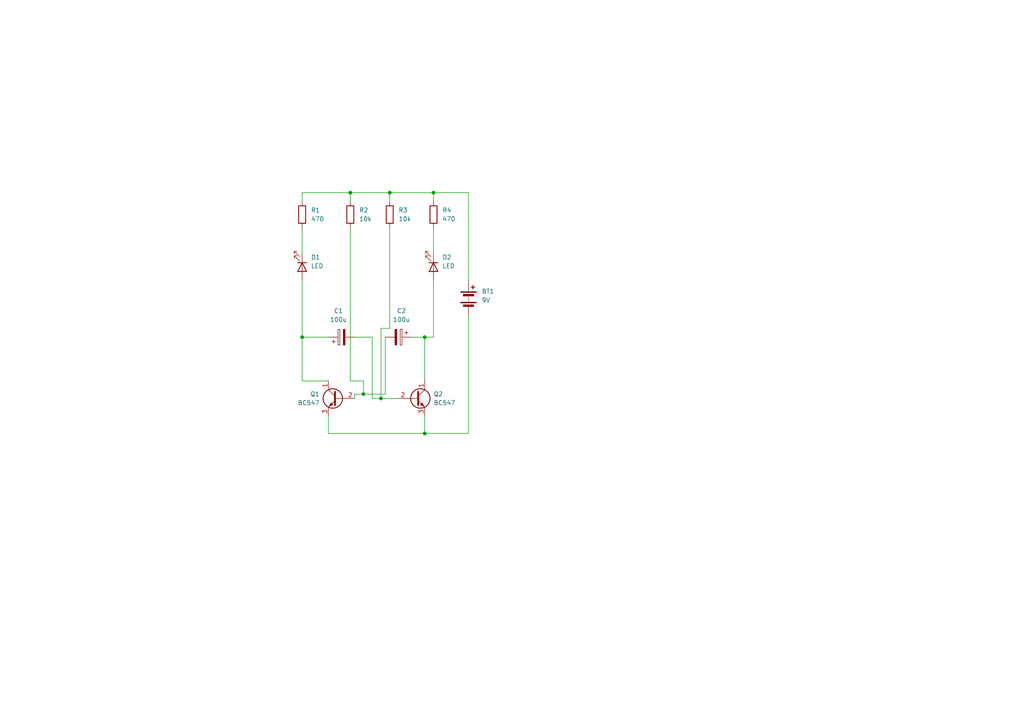
<source format=kicad_sch>
(kicad_sch
	(version 20250114)
	(generator "eeschema")
	(generator_version "9.0")
	(uuid "0edc1eaa-ec9f-4be9-9724-da1cae4e9047")
	(paper "A4")
	(lib_symbols
		(symbol "Device:Battery"
			(pin_numbers
				(hide yes)
			)
			(pin_names
				(offset 0)
				(hide yes)
			)
			(exclude_from_sim no)
			(in_bom yes)
			(on_board yes)
			(property "Reference" "BT"
				(at 2.54 2.54 0)
				(effects
					(font
						(size 1.27 1.27)
					)
					(justify left)
				)
			)
			(property "Value" "Battery"
				(at 2.54 0 0)
				(effects
					(font
						(size 1.27 1.27)
					)
					(justify left)
				)
			)
			(property "Footprint" ""
				(at 0 1.524 90)
				(effects
					(font
						(size 1.27 1.27)
					)
					(hide yes)
				)
			)
			(property "Datasheet" "~"
				(at 0 1.524 90)
				(effects
					(font
						(size 1.27 1.27)
					)
					(hide yes)
				)
			)
			(property "Description" "Multiple-cell battery"
				(at 0 0 0)
				(effects
					(font
						(size 1.27 1.27)
					)
					(hide yes)
				)
			)
			(property "ki_keywords" "batt voltage-source cell"
				(at 0 0 0)
				(effects
					(font
						(size 1.27 1.27)
					)
					(hide yes)
				)
			)
			(symbol "Battery_0_1"
				(rectangle
					(start -2.286 1.778)
					(end 2.286 1.524)
					(stroke
						(width 0)
						(type default)
					)
					(fill
						(type outline)
					)
				)
				(rectangle
					(start -2.286 -1.27)
					(end 2.286 -1.524)
					(stroke
						(width 0)
						(type default)
					)
					(fill
						(type outline)
					)
				)
				(rectangle
					(start -1.524 1.016)
					(end 1.524 0.508)
					(stroke
						(width 0)
						(type default)
					)
					(fill
						(type outline)
					)
				)
				(rectangle
					(start -1.524 -2.032)
					(end 1.524 -2.54)
					(stroke
						(width 0)
						(type default)
					)
					(fill
						(type outline)
					)
				)
				(polyline
					(pts
						(xy 0 1.778) (xy 0 2.54)
					)
					(stroke
						(width 0)
						(type default)
					)
					(fill
						(type none)
					)
				)
				(polyline
					(pts
						(xy 0 0) (xy 0 0.254)
					)
					(stroke
						(width 0)
						(type default)
					)
					(fill
						(type none)
					)
				)
				(polyline
					(pts
						(xy 0 -0.508) (xy 0 -0.254)
					)
					(stroke
						(width 0)
						(type default)
					)
					(fill
						(type none)
					)
				)
				(polyline
					(pts
						(xy 0 -1.016) (xy 0 -0.762)
					)
					(stroke
						(width 0)
						(type default)
					)
					(fill
						(type none)
					)
				)
				(polyline
					(pts
						(xy 0.762 3.048) (xy 1.778 3.048)
					)
					(stroke
						(width 0.254)
						(type default)
					)
					(fill
						(type none)
					)
				)
				(polyline
					(pts
						(xy 1.27 3.556) (xy 1.27 2.54)
					)
					(stroke
						(width 0.254)
						(type default)
					)
					(fill
						(type none)
					)
				)
			)
			(symbol "Battery_1_1"
				(pin passive line
					(at 0 5.08 270)
					(length 2.54)
					(name "+"
						(effects
							(font
								(size 1.27 1.27)
							)
						)
					)
					(number "1"
						(effects
							(font
								(size 1.27 1.27)
							)
						)
					)
				)
				(pin passive line
					(at 0 -5.08 90)
					(length 2.54)
					(name "-"
						(effects
							(font
								(size 1.27 1.27)
							)
						)
					)
					(number "2"
						(effects
							(font
								(size 1.27 1.27)
							)
						)
					)
				)
			)
			(embedded_fonts no)
		)
		(symbol "Device:C_Polarized"
			(pin_numbers
				(hide yes)
			)
			(pin_names
				(offset 0.254)
			)
			(exclude_from_sim no)
			(in_bom yes)
			(on_board yes)
			(property "Reference" "C"
				(at 0.635 2.54 0)
				(effects
					(font
						(size 1.27 1.27)
					)
					(justify left)
				)
			)
			(property "Value" "C_Polarized"
				(at 0.635 -2.54 0)
				(effects
					(font
						(size 1.27 1.27)
					)
					(justify left)
				)
			)
			(property "Footprint" ""
				(at 0.9652 -3.81 0)
				(effects
					(font
						(size 1.27 1.27)
					)
					(hide yes)
				)
			)
			(property "Datasheet" "~"
				(at 0 0 0)
				(effects
					(font
						(size 1.27 1.27)
					)
					(hide yes)
				)
			)
			(property "Description" "Polarized capacitor"
				(at 0 0 0)
				(effects
					(font
						(size 1.27 1.27)
					)
					(hide yes)
				)
			)
			(property "ki_keywords" "cap capacitor"
				(at 0 0 0)
				(effects
					(font
						(size 1.27 1.27)
					)
					(hide yes)
				)
			)
			(property "ki_fp_filters" "CP_*"
				(at 0 0 0)
				(effects
					(font
						(size 1.27 1.27)
					)
					(hide yes)
				)
			)
			(symbol "C_Polarized_0_1"
				(rectangle
					(start -2.286 0.508)
					(end 2.286 1.016)
					(stroke
						(width 0)
						(type default)
					)
					(fill
						(type none)
					)
				)
				(polyline
					(pts
						(xy -1.778 2.286) (xy -0.762 2.286)
					)
					(stroke
						(width 0)
						(type default)
					)
					(fill
						(type none)
					)
				)
				(polyline
					(pts
						(xy -1.27 2.794) (xy -1.27 1.778)
					)
					(stroke
						(width 0)
						(type default)
					)
					(fill
						(type none)
					)
				)
				(rectangle
					(start 2.286 -0.508)
					(end -2.286 -1.016)
					(stroke
						(width 0)
						(type default)
					)
					(fill
						(type outline)
					)
				)
			)
			(symbol "C_Polarized_1_1"
				(pin passive line
					(at 0 3.81 270)
					(length 2.794)
					(name "~"
						(effects
							(font
								(size 1.27 1.27)
							)
						)
					)
					(number "1"
						(effects
							(font
								(size 1.27 1.27)
							)
						)
					)
				)
				(pin passive line
					(at 0 -3.81 90)
					(length 2.794)
					(name "~"
						(effects
							(font
								(size 1.27 1.27)
							)
						)
					)
					(number "2"
						(effects
							(font
								(size 1.27 1.27)
							)
						)
					)
				)
			)
			(embedded_fonts no)
		)
		(symbol "Device:LED"
			(pin_numbers
				(hide yes)
			)
			(pin_names
				(offset 1.016)
				(hide yes)
			)
			(exclude_from_sim no)
			(in_bom yes)
			(on_board yes)
			(property "Reference" "D"
				(at 0 2.54 0)
				(effects
					(font
						(size 1.27 1.27)
					)
				)
			)
			(property "Value" "LED"
				(at 0 -2.54 0)
				(effects
					(font
						(size 1.27 1.27)
					)
				)
			)
			(property "Footprint" ""
				(at 0 0 0)
				(effects
					(font
						(size 1.27 1.27)
					)
					(hide yes)
				)
			)
			(property "Datasheet" "~"
				(at 0 0 0)
				(effects
					(font
						(size 1.27 1.27)
					)
					(hide yes)
				)
			)
			(property "Description" "Light emitting diode"
				(at 0 0 0)
				(effects
					(font
						(size 1.27 1.27)
					)
					(hide yes)
				)
			)
			(property "Sim.Pins" "1=K 2=A"
				(at 0 0 0)
				(effects
					(font
						(size 1.27 1.27)
					)
					(hide yes)
				)
			)
			(property "ki_keywords" "LED diode"
				(at 0 0 0)
				(effects
					(font
						(size 1.27 1.27)
					)
					(hide yes)
				)
			)
			(property "ki_fp_filters" "LED* LED_SMD:* LED_THT:*"
				(at 0 0 0)
				(effects
					(font
						(size 1.27 1.27)
					)
					(hide yes)
				)
			)
			(symbol "LED_0_1"
				(polyline
					(pts
						(xy -3.048 -0.762) (xy -4.572 -2.286) (xy -3.81 -2.286) (xy -4.572 -2.286) (xy -4.572 -1.524)
					)
					(stroke
						(width 0)
						(type default)
					)
					(fill
						(type none)
					)
				)
				(polyline
					(pts
						(xy -1.778 -0.762) (xy -3.302 -2.286) (xy -2.54 -2.286) (xy -3.302 -2.286) (xy -3.302 -1.524)
					)
					(stroke
						(width 0)
						(type default)
					)
					(fill
						(type none)
					)
				)
				(polyline
					(pts
						(xy -1.27 0) (xy 1.27 0)
					)
					(stroke
						(width 0)
						(type default)
					)
					(fill
						(type none)
					)
				)
				(polyline
					(pts
						(xy -1.27 -1.27) (xy -1.27 1.27)
					)
					(stroke
						(width 0.254)
						(type default)
					)
					(fill
						(type none)
					)
				)
				(polyline
					(pts
						(xy 1.27 -1.27) (xy 1.27 1.27) (xy -1.27 0) (xy 1.27 -1.27)
					)
					(stroke
						(width 0.254)
						(type default)
					)
					(fill
						(type none)
					)
				)
			)
			(symbol "LED_1_1"
				(pin passive line
					(at -3.81 0 0)
					(length 2.54)
					(name "K"
						(effects
							(font
								(size 1.27 1.27)
							)
						)
					)
					(number "1"
						(effects
							(font
								(size 1.27 1.27)
							)
						)
					)
				)
				(pin passive line
					(at 3.81 0 180)
					(length 2.54)
					(name "A"
						(effects
							(font
								(size 1.27 1.27)
							)
						)
					)
					(number "2"
						(effects
							(font
								(size 1.27 1.27)
							)
						)
					)
				)
			)
			(embedded_fonts no)
		)
		(symbol "Device:R"
			(pin_numbers
				(hide yes)
			)
			(pin_names
				(offset 0)
			)
			(exclude_from_sim no)
			(in_bom yes)
			(on_board yes)
			(property "Reference" "R"
				(at 2.032 0 90)
				(effects
					(font
						(size 1.27 1.27)
					)
				)
			)
			(property "Value" "R"
				(at 0 0 90)
				(effects
					(font
						(size 1.27 1.27)
					)
				)
			)
			(property "Footprint" ""
				(at -1.778 0 90)
				(effects
					(font
						(size 1.27 1.27)
					)
					(hide yes)
				)
			)
			(property "Datasheet" "~"
				(at 0 0 0)
				(effects
					(font
						(size 1.27 1.27)
					)
					(hide yes)
				)
			)
			(property "Description" "Resistor"
				(at 0 0 0)
				(effects
					(font
						(size 1.27 1.27)
					)
					(hide yes)
				)
			)
			(property "ki_keywords" "R res resistor"
				(at 0 0 0)
				(effects
					(font
						(size 1.27 1.27)
					)
					(hide yes)
				)
			)
			(property "ki_fp_filters" "R_*"
				(at 0 0 0)
				(effects
					(font
						(size 1.27 1.27)
					)
					(hide yes)
				)
			)
			(symbol "R_0_1"
				(rectangle
					(start -1.016 -2.54)
					(end 1.016 2.54)
					(stroke
						(width 0.254)
						(type default)
					)
					(fill
						(type none)
					)
				)
			)
			(symbol "R_1_1"
				(pin passive line
					(at 0 3.81 270)
					(length 1.27)
					(name "~"
						(effects
							(font
								(size 1.27 1.27)
							)
						)
					)
					(number "1"
						(effects
							(font
								(size 1.27 1.27)
							)
						)
					)
				)
				(pin passive line
					(at 0 -3.81 90)
					(length 1.27)
					(name "~"
						(effects
							(font
								(size 1.27 1.27)
							)
						)
					)
					(number "2"
						(effects
							(font
								(size 1.27 1.27)
							)
						)
					)
				)
			)
			(embedded_fonts no)
		)
		(symbol "Transistor_BJT:BC547"
			(pin_names
				(offset 0)
				(hide yes)
			)
			(exclude_from_sim no)
			(in_bom yes)
			(on_board yes)
			(property "Reference" "Q"
				(at 5.08 1.905 0)
				(effects
					(font
						(size 1.27 1.27)
					)
					(justify left)
				)
			)
			(property "Value" "BC547"
				(at 5.08 0 0)
				(effects
					(font
						(size 1.27 1.27)
					)
					(justify left)
				)
			)
			(property "Footprint" "Package_TO_SOT_THT:TO-92_Inline"
				(at 5.08 -1.905 0)
				(effects
					(font
						(size 1.27 1.27)
						(italic yes)
					)
					(justify left)
					(hide yes)
				)
			)
			(property "Datasheet" "https://www.onsemi.com/pub/Collateral/BC550-D.pdf"
				(at 0 0 0)
				(effects
					(font
						(size 1.27 1.27)
					)
					(justify left)
					(hide yes)
				)
			)
			(property "Description" "0.1A Ic, 45V Vce, Small Signal NPN Transistor, TO-92"
				(at 0 0 0)
				(effects
					(font
						(size 1.27 1.27)
					)
					(hide yes)
				)
			)
			(property "ki_keywords" "NPN Transistor"
				(at 0 0 0)
				(effects
					(font
						(size 1.27 1.27)
					)
					(hide yes)
				)
			)
			(property "ki_fp_filters" "TO?92*"
				(at 0 0 0)
				(effects
					(font
						(size 1.27 1.27)
					)
					(hide yes)
				)
			)
			(symbol "BC547_0_1"
				(polyline
					(pts
						(xy -2.54 0) (xy 0.635 0)
					)
					(stroke
						(width 0)
						(type default)
					)
					(fill
						(type none)
					)
				)
				(polyline
					(pts
						(xy 0.635 1.905) (xy 0.635 -1.905)
					)
					(stroke
						(width 0.508)
						(type default)
					)
					(fill
						(type none)
					)
				)
				(circle
					(center 1.27 0)
					(radius 2.8194)
					(stroke
						(width 0.254)
						(type default)
					)
					(fill
						(type none)
					)
				)
			)
			(symbol "BC547_1_1"
				(polyline
					(pts
						(xy 0.635 0.635) (xy 2.54 2.54)
					)
					(stroke
						(width 0)
						(type default)
					)
					(fill
						(type none)
					)
				)
				(polyline
					(pts
						(xy 0.635 -0.635) (xy 2.54 -2.54)
					)
					(stroke
						(width 0)
						(type default)
					)
					(fill
						(type none)
					)
				)
				(polyline
					(pts
						(xy 1.27 -1.778) (xy 1.778 -1.27) (xy 2.286 -2.286) (xy 1.27 -1.778)
					)
					(stroke
						(width 0)
						(type default)
					)
					(fill
						(type outline)
					)
				)
				(pin input line
					(at -5.08 0 0)
					(length 2.54)
					(name "B"
						(effects
							(font
								(size 1.27 1.27)
							)
						)
					)
					(number "2"
						(effects
							(font
								(size 1.27 1.27)
							)
						)
					)
				)
				(pin passive line
					(at 2.54 5.08 270)
					(length 2.54)
					(name "C"
						(effects
							(font
								(size 1.27 1.27)
							)
						)
					)
					(number "1"
						(effects
							(font
								(size 1.27 1.27)
							)
						)
					)
				)
				(pin passive line
					(at 2.54 -5.08 90)
					(length 2.54)
					(name "E"
						(effects
							(font
								(size 1.27 1.27)
							)
						)
					)
					(number "3"
						(effects
							(font
								(size 1.27 1.27)
							)
						)
					)
				)
			)
			(embedded_fonts no)
		)
	)
	(junction
		(at 105.41 114.3)
		(diameter 0)
		(color 0 0 0 0)
		(uuid "23699030-1543-4061-bfd2-e41ee3de4a11")
	)
	(junction
		(at 123.19 97.79)
		(diameter 0)
		(color 0 0 0 0)
		(uuid "23f75d10-f9f9-437c-8440-8d838f47c71c")
	)
	(junction
		(at 113.03 55.88)
		(diameter 0)
		(color 0 0 0 0)
		(uuid "2ba1840e-6cc4-4c09-9d06-f73c40bed94f")
	)
	(junction
		(at 101.6 55.88)
		(diameter 0)
		(color 0 0 0 0)
		(uuid "a6b1226d-5bb6-46dc-842e-6ebd35d6a0d7")
	)
	(junction
		(at 125.73 55.88)
		(diameter 0)
		(color 0 0 0 0)
		(uuid "bc0db8fe-6c25-4904-9624-3465db075548")
	)
	(junction
		(at 110.49 115.57)
		(diameter 0)
		(color 0 0 0 0)
		(uuid "cd715f91-2396-4523-ab05-85cbe39c1be8")
	)
	(junction
		(at 87.63 97.79)
		(diameter 0)
		(color 0 0 0 0)
		(uuid "d926b19e-c7b0-4669-af45-fd7e03928e8c")
	)
	(junction
		(at 123.19 125.73)
		(diameter 0)
		(color 0 0 0 0)
		(uuid "ef143d18-763a-45aa-b837-97233a2aabc0")
	)
	(wire
		(pts
			(xy 87.63 58.42) (xy 87.63 55.88)
		)
		(stroke
			(width 0)
			(type default)
		)
		(uuid "0bc9cae9-4743-4fd3-a400-10c090ec7ddc")
	)
	(wire
		(pts
			(xy 101.6 55.88) (xy 101.6 58.42)
		)
		(stroke
			(width 0)
			(type default)
		)
		(uuid "0bf26bf6-55cc-402c-a6c1-9911820f1cfb")
	)
	(wire
		(pts
			(xy 101.6 66.04) (xy 101.6 110.49)
		)
		(stroke
			(width 0)
			(type default)
		)
		(uuid "1b594fc6-0553-46ed-ae1b-e760c3883928")
	)
	(wire
		(pts
			(xy 111.76 97.79) (xy 111.76 114.3)
		)
		(stroke
			(width 0)
			(type default)
		)
		(uuid "235215ea-3913-4150-8ebf-a95149b8a0ae")
	)
	(wire
		(pts
			(xy 87.63 81.28) (xy 87.63 97.79)
		)
		(stroke
			(width 0)
			(type default)
		)
		(uuid "2cd9f46a-299b-431f-a663-b1a78f6e7fd1")
	)
	(wire
		(pts
			(xy 102.87 97.79) (xy 107.95 97.79)
		)
		(stroke
			(width 0)
			(type default)
		)
		(uuid "34fd4a56-1011-44d1-a85e-d88ead99871c")
	)
	(wire
		(pts
			(xy 113.03 95.25) (xy 110.49 95.25)
		)
		(stroke
			(width 0)
			(type default)
		)
		(uuid "3a479065-a6f8-41b7-b2e1-89f822bbd502")
	)
	(wire
		(pts
			(xy 102.87 114.3) (xy 102.87 115.57)
		)
		(stroke
			(width 0)
			(type default)
		)
		(uuid "40625711-87a5-41ba-af34-48c74106acae")
	)
	(wire
		(pts
			(xy 135.89 91.44) (xy 135.89 125.73)
		)
		(stroke
			(width 0)
			(type default)
		)
		(uuid "41b24ed0-c720-42da-ab5b-ff797a3a1263")
	)
	(wire
		(pts
			(xy 125.73 66.04) (xy 125.73 73.66)
		)
		(stroke
			(width 0)
			(type default)
		)
		(uuid "43427b57-a825-4182-87f9-858d8d2c9af0")
	)
	(wire
		(pts
			(xy 111.76 114.3) (xy 105.41 114.3)
		)
		(stroke
			(width 0)
			(type default)
		)
		(uuid "4a950332-ac45-4fd9-906f-092333ef39d7")
	)
	(wire
		(pts
			(xy 95.25 120.65) (xy 95.25 125.73)
		)
		(stroke
			(width 0)
			(type default)
		)
		(uuid "561bc6e3-afeb-4b3d-bee8-83f257caf8e1")
	)
	(wire
		(pts
			(xy 110.49 95.25) (xy 110.49 115.57)
		)
		(stroke
			(width 0)
			(type default)
		)
		(uuid "5e48a2cb-a13a-46e0-b29b-39a5c7e32b8e")
	)
	(wire
		(pts
			(xy 135.89 125.73) (xy 123.19 125.73)
		)
		(stroke
			(width 0)
			(type default)
		)
		(uuid "62abf55d-383e-4d97-8400-1092a47873ca")
	)
	(wire
		(pts
			(xy 87.63 66.04) (xy 87.63 73.66)
		)
		(stroke
			(width 0)
			(type default)
		)
		(uuid "67e8ce5f-d29c-439f-b178-f08f31be2c62")
	)
	(wire
		(pts
			(xy 113.03 66.04) (xy 113.03 95.25)
		)
		(stroke
			(width 0)
			(type default)
		)
		(uuid "69ab05dc-039e-493c-8857-6cd39f2933ef")
	)
	(wire
		(pts
			(xy 101.6 110.49) (xy 105.41 110.49)
		)
		(stroke
			(width 0)
			(type default)
		)
		(uuid "6ed66cf0-20ac-4aad-bd18-721eac7e12c3")
	)
	(wire
		(pts
			(xy 107.95 97.79) (xy 107.95 115.57)
		)
		(stroke
			(width 0)
			(type default)
		)
		(uuid "70736416-a461-4e82-b9cb-72e04f683956")
	)
	(wire
		(pts
			(xy 105.41 114.3) (xy 102.87 114.3)
		)
		(stroke
			(width 0)
			(type default)
		)
		(uuid "721488b9-17a4-4d74-ae09-3d39ea2eb3a3")
	)
	(wire
		(pts
			(xy 125.73 55.88) (xy 125.73 58.42)
		)
		(stroke
			(width 0)
			(type default)
		)
		(uuid "78c00b96-4d17-4243-8bad-7cd50c1a17ac")
	)
	(wire
		(pts
			(xy 107.95 115.57) (xy 110.49 115.57)
		)
		(stroke
			(width 0)
			(type default)
		)
		(uuid "854d78d8-7f23-404d-8f07-b8431450b076")
	)
	(wire
		(pts
			(xy 95.25 110.49) (xy 87.63 110.49)
		)
		(stroke
			(width 0)
			(type default)
		)
		(uuid "8e7fe9da-d1d0-4a90-9747-40559ab3d267")
	)
	(wire
		(pts
			(xy 87.63 55.88) (xy 101.6 55.88)
		)
		(stroke
			(width 0)
			(type default)
		)
		(uuid "91024d8b-bda1-4678-8bad-872670f4a31e")
	)
	(wire
		(pts
			(xy 87.63 110.49) (xy 87.63 97.79)
		)
		(stroke
			(width 0)
			(type default)
		)
		(uuid "9819e338-b3f0-4048-a39f-a023a517daf9")
	)
	(wire
		(pts
			(xy 125.73 55.88) (xy 135.89 55.88)
		)
		(stroke
			(width 0)
			(type default)
		)
		(uuid "98a83ded-713d-4c46-8c1a-822586760bad")
	)
	(wire
		(pts
			(xy 125.73 97.79) (xy 125.73 81.28)
		)
		(stroke
			(width 0)
			(type default)
		)
		(uuid "9c066b2b-bcea-4fd3-8599-0edc1ee09e8f")
	)
	(wire
		(pts
			(xy 113.03 55.88) (xy 125.73 55.88)
		)
		(stroke
			(width 0)
			(type default)
		)
		(uuid "a93ee92e-a9d1-48ea-9f55-fdf5a20af941")
	)
	(wire
		(pts
			(xy 101.6 55.88) (xy 113.03 55.88)
		)
		(stroke
			(width 0)
			(type default)
		)
		(uuid "b17f5d91-7ecf-4af9-8d64-6f5fa8b3c2bc")
	)
	(wire
		(pts
			(xy 105.41 110.49) (xy 105.41 114.3)
		)
		(stroke
			(width 0)
			(type default)
		)
		(uuid "b5e49adf-5903-401d-aa28-e56e3ffd41d0")
	)
	(wire
		(pts
			(xy 123.19 110.49) (xy 123.19 97.79)
		)
		(stroke
			(width 0)
			(type default)
		)
		(uuid "b908dfb7-fc8a-4e8b-a6b3-8256b234e4d7")
	)
	(wire
		(pts
			(xy 135.89 55.88) (xy 135.89 81.28)
		)
		(stroke
			(width 0)
			(type default)
		)
		(uuid "c0fbfeb3-2783-4c95-bf81-73fd778dd13c")
	)
	(wire
		(pts
			(xy 123.19 125.73) (xy 123.19 120.65)
		)
		(stroke
			(width 0)
			(type default)
		)
		(uuid "cd7724e4-84bc-4186-8683-3507dfaac35c")
	)
	(wire
		(pts
			(xy 87.63 97.79) (xy 95.25 97.79)
		)
		(stroke
			(width 0)
			(type default)
		)
		(uuid "dfe24145-4335-47b0-805d-c42c1af1c3e3")
	)
	(wire
		(pts
			(xy 123.19 97.79) (xy 125.73 97.79)
		)
		(stroke
			(width 0)
			(type default)
		)
		(uuid "ea1b5f45-769d-449d-9dc2-1c69a2c433ad")
	)
	(wire
		(pts
			(xy 113.03 55.88) (xy 113.03 58.42)
		)
		(stroke
			(width 0)
			(type default)
		)
		(uuid "ed65a384-1de1-4597-86fc-03985a9262e7")
	)
	(wire
		(pts
			(xy 123.19 125.73) (xy 95.25 125.73)
		)
		(stroke
			(width 0)
			(type default)
		)
		(uuid "ed932afb-83f7-49df-9e49-3ee2a7d9d798")
	)
	(wire
		(pts
			(xy 110.49 115.57) (xy 115.57 115.57)
		)
		(stroke
			(width 0)
			(type default)
		)
		(uuid "f5225d79-ff0b-4527-ac94-b05f82b25255")
	)
	(wire
		(pts
			(xy 119.38 97.79) (xy 123.19 97.79)
		)
		(stroke
			(width 0)
			(type default)
		)
		(uuid "f6e2947c-29f3-4891-a403-54a0edc96ef5")
	)
	(symbol
		(lib_id "Device:LED")
		(at 87.63 77.47 270)
		(unit 1)
		(exclude_from_sim no)
		(in_bom yes)
		(on_board yes)
		(dnp no)
		(fields_autoplaced yes)
		(uuid "0907b52e-8df6-455d-b990-377354e364a3")
		(property "Reference" "D1"
			(at 90.17 74.6124 90)
			(effects
				(font
					(size 1.27 1.27)
				)
				(justify left)
			)
		)
		(property "Value" "LED"
			(at 90.17 77.1524 90)
			(effects
				(font
					(size 1.27 1.27)
				)
				(justify left)
			)
		)
		(property "Footprint" "LED_THT:LED_D3.0mm"
			(at 87.63 77.47 0)
			(effects
				(font
					(size 1.27 1.27)
				)
				(hide yes)
			)
		)
		(property "Datasheet" "~"
			(at 87.63 77.47 0)
			(effects
				(font
					(size 1.27 1.27)
				)
				(hide yes)
			)
		)
		(property "Description" "Light emitting diode"
			(at 87.63 77.47 0)
			(effects
				(font
					(size 1.27 1.27)
				)
				(hide yes)
			)
		)
		(property "Sim.Pins" "1=K 2=A"
			(at 87.63 77.47 0)
			(effects
				(font
					(size 1.27 1.27)
				)
				(hide yes)
			)
		)
		(pin "1"
			(uuid "a09a4227-c368-420a-8776-e301ef328df9")
		)
		(pin "2"
			(uuid "047d920f-6be9-45b9-a615-73d03b0eedfd")
		)
		(instances
			(project ""
				(path "/0edc1eaa-ec9f-4be9-9724-da1cae4e9047"
					(reference "D1")
					(unit 1)
				)
			)
		)
	)
	(symbol
		(lib_id "Device:Battery")
		(at 135.89 86.36 0)
		(unit 1)
		(exclude_from_sim no)
		(in_bom yes)
		(on_board yes)
		(dnp no)
		(fields_autoplaced yes)
		(uuid "0a6b374a-abfa-4793-98ca-1884d01a12f9")
		(property "Reference" "BT1"
			(at 139.7 84.5184 0)
			(effects
				(font
					(size 1.27 1.27)
				)
				(justify left)
			)
		)
		(property "Value" "9V"
			(at 139.7 87.0584 0)
			(effects
				(font
					(size 1.27 1.27)
				)
				(justify left)
			)
		)
		(property "Footprint" "Connector_PinSocket_2.54mm:PinSocket_1x02_P2.54mm_Horizontal"
			(at 135.89 84.836 90)
			(effects
				(font
					(size 1.27 1.27)
				)
				(hide yes)
			)
		)
		(property "Datasheet" "~"
			(at 135.89 84.836 90)
			(effects
				(font
					(size 1.27 1.27)
				)
				(hide yes)
			)
		)
		(property "Description" "Multiple-cell battery"
			(at 135.89 86.36 0)
			(effects
				(font
					(size 1.27 1.27)
				)
				(hide yes)
			)
		)
		(pin "1"
			(uuid "cb789e24-c28e-4494-9a51-055b75f88aae")
		)
		(pin "2"
			(uuid "c8a0c645-9436-46f4-a5f5-eb259faac42f")
		)
		(instances
			(project ""
				(path "/0edc1eaa-ec9f-4be9-9724-da1cae4e9047"
					(reference "BT1")
					(unit 1)
				)
			)
		)
	)
	(symbol
		(lib_id "Device:LED")
		(at 125.73 77.47 270)
		(unit 1)
		(exclude_from_sim no)
		(in_bom yes)
		(on_board yes)
		(dnp no)
		(fields_autoplaced yes)
		(uuid "1ffb0592-9790-43e2-b539-68dc7071b541")
		(property "Reference" "D2"
			(at 128.27 74.6124 90)
			(effects
				(font
					(size 1.27 1.27)
				)
				(justify left)
			)
		)
		(property "Value" "LED"
			(at 128.27 77.1524 90)
			(effects
				(font
					(size 1.27 1.27)
				)
				(justify left)
			)
		)
		(property "Footprint" "LED_THT:LED_D3.0mm"
			(at 125.73 77.47 0)
			(effects
				(font
					(size 1.27 1.27)
				)
				(hide yes)
			)
		)
		(property "Datasheet" "~"
			(at 125.73 77.47 0)
			(effects
				(font
					(size 1.27 1.27)
				)
				(hide yes)
			)
		)
		(property "Description" "Light emitting diode"
			(at 125.73 77.47 0)
			(effects
				(font
					(size 1.27 1.27)
				)
				(hide yes)
			)
		)
		(property "Sim.Pins" "1=K 2=A"
			(at 125.73 77.47 0)
			(effects
				(font
					(size 1.27 1.27)
				)
				(hide yes)
			)
		)
		(pin "1"
			(uuid "668ab421-0602-4fb6-9154-24e405ab174f")
		)
		(pin "2"
			(uuid "e12fd475-4ceb-4086-a64b-5595e6535925")
		)
		(instances
			(project ""
				(path "/0edc1eaa-ec9f-4be9-9724-da1cae4e9047"
					(reference "D2")
					(unit 1)
				)
			)
		)
	)
	(symbol
		(lib_id "Transistor_BJT:BC547")
		(at 97.79 115.57 0)
		(mirror y)
		(unit 1)
		(exclude_from_sim no)
		(in_bom yes)
		(on_board yes)
		(dnp no)
		(uuid "3bde5475-8f48-4160-a24d-9c0f2f631b9f")
		(property "Reference" "Q1"
			(at 92.71 114.2999 0)
			(effects
				(font
					(size 1.27 1.27)
				)
				(justify left)
			)
		)
		(property "Value" "BC547"
			(at 92.71 116.8399 0)
			(effects
				(font
					(size 1.27 1.27)
				)
				(justify left)
			)
		)
		(property "Footprint" "Package_TO_SOT_THT:TO-92_Inline"
			(at 92.71 117.475 0)
			(effects
				(font
					(size 1.27 1.27)
					(italic yes)
				)
				(justify left)
				(hide yes)
			)
		)
		(property "Datasheet" "https://www.onsemi.com/pub/Collateral/BC550-D.pdf"
			(at 97.79 115.57 0)
			(effects
				(font
					(size 1.27 1.27)
				)
				(justify left)
				(hide yes)
			)
		)
		(property "Description" "0.1A Ic, 45V Vce, Small Signal NPN Transistor, TO-92"
			(at 97.79 115.57 0)
			(effects
				(font
					(size 1.27 1.27)
				)
				(hide yes)
			)
		)
		(pin "3"
			(uuid "983e935b-ab2b-4724-8e5e-5e9179ff0c87")
		)
		(pin "1"
			(uuid "c5923f72-b62e-48a9-97b2-9f6f646d4cb4")
		)
		(pin "2"
			(uuid "a7f8c730-3e77-4bdc-a452-bd3300be4d3a")
		)
		(instances
			(project ""
				(path "/0edc1eaa-ec9f-4be9-9724-da1cae4e9047"
					(reference "Q1")
					(unit 1)
				)
			)
		)
	)
	(symbol
		(lib_id "Device:R")
		(at 113.03 62.23 0)
		(unit 1)
		(exclude_from_sim no)
		(in_bom yes)
		(on_board yes)
		(dnp no)
		(fields_autoplaced yes)
		(uuid "42a4f70d-273a-4643-9b3f-3549a24b6dd8")
		(property "Reference" "R3"
			(at 115.57 60.9599 0)
			(effects
				(font
					(size 1.27 1.27)
				)
				(justify left)
			)
		)
		(property "Value" "10k"
			(at 115.57 63.4999 0)
			(effects
				(font
					(size 1.27 1.27)
				)
				(justify left)
			)
		)
		(property "Footprint" "Resistor_THT:R_Axial_DIN0204_L3.6mm_D1.6mm_P5.08mm_Horizontal"
			(at 111.252 62.23 90)
			(effects
				(font
					(size 1.27 1.27)
				)
				(hide yes)
			)
		)
		(property "Datasheet" "~"
			(at 113.03 62.23 0)
			(effects
				(font
					(size 1.27 1.27)
				)
				(hide yes)
			)
		)
		(property "Description" "Resistor"
			(at 113.03 62.23 0)
			(effects
				(font
					(size 1.27 1.27)
				)
				(hide yes)
			)
		)
		(pin "2"
			(uuid "b1abedfb-c32e-487c-ad89-91283378e6fb")
		)
		(pin "1"
			(uuid "ed27e494-40db-4131-9c83-38e790f03d14")
		)
		(instances
			(project "Flip Flop Circuit"
				(path "/0edc1eaa-ec9f-4be9-9724-da1cae4e9047"
					(reference "R3")
					(unit 1)
				)
			)
		)
	)
	(symbol
		(lib_id "Device:C_Polarized")
		(at 115.57 97.79 270)
		(unit 1)
		(exclude_from_sim no)
		(in_bom yes)
		(on_board yes)
		(dnp no)
		(fields_autoplaced yes)
		(uuid "46a70912-c199-4e89-adb0-3e3ec189a3e1")
		(property "Reference" "C2"
			(at 116.459 90.17 90)
			(effects
				(font
					(size 1.27 1.27)
				)
			)
		)
		(property "Value" "100u"
			(at 116.459 92.71 90)
			(effects
				(font
					(size 1.27 1.27)
				)
			)
		)
		(property "Footprint" "Capacitor_THT:C_Rect_L7.2mm_W5.5mm_P5.00mm_FKS2_FKP2_MKS2_MKP2"
			(at 111.76 98.7552 0)
			(effects
				(font
					(size 1.27 1.27)
				)
				(hide yes)
			)
		)
		(property "Datasheet" "~"
			(at 115.57 97.79 0)
			(effects
				(font
					(size 1.27 1.27)
				)
				(hide yes)
			)
		)
		(property "Description" "Polarized capacitor"
			(at 115.57 97.79 0)
			(effects
				(font
					(size 1.27 1.27)
				)
				(hide yes)
			)
		)
		(pin "2"
			(uuid "feae26f7-26fb-4b95-9cad-0c43abf2f560")
		)
		(pin "1"
			(uuid "25b70df7-3e2f-4df4-af2e-d0b79157b162")
		)
		(instances
			(project ""
				(path "/0edc1eaa-ec9f-4be9-9724-da1cae4e9047"
					(reference "C2")
					(unit 1)
				)
			)
		)
	)
	(symbol
		(lib_id "Transistor_BJT:BC547")
		(at 120.65 115.57 0)
		(unit 1)
		(exclude_from_sim no)
		(in_bom yes)
		(on_board yes)
		(dnp no)
		(fields_autoplaced yes)
		(uuid "49e5a3a7-48f4-46dd-8581-9a59464d83e1")
		(property "Reference" "Q2"
			(at 125.73 114.2999 0)
			(effects
				(font
					(size 1.27 1.27)
				)
				(justify left)
			)
		)
		(property "Value" "BC547"
			(at 125.73 116.8399 0)
			(effects
				(font
					(size 1.27 1.27)
				)
				(justify left)
			)
		)
		(property "Footprint" "Package_TO_SOT_THT:TO-92_Inline"
			(at 125.73 117.475 0)
			(effects
				(font
					(size 1.27 1.27)
					(italic yes)
				)
				(justify left)
				(hide yes)
			)
		)
		(property "Datasheet" "https://www.onsemi.com/pub/Collateral/BC550-D.pdf"
			(at 120.65 115.57 0)
			(effects
				(font
					(size 1.27 1.27)
				)
				(justify left)
				(hide yes)
			)
		)
		(property "Description" "0.1A Ic, 45V Vce, Small Signal NPN Transistor, TO-92"
			(at 120.65 115.57 0)
			(effects
				(font
					(size 1.27 1.27)
				)
				(hide yes)
			)
		)
		(pin "3"
			(uuid "e23aa9c5-1592-43fe-9164-36391032b650")
		)
		(pin "1"
			(uuid "222850d1-6bef-43ca-b7d2-434a71df469e")
		)
		(pin "2"
			(uuid "fca01883-8f20-4d47-98fa-3cbf0fff7d49")
		)
		(instances
			(project "Flip Flop Circuit"
				(path "/0edc1eaa-ec9f-4be9-9724-da1cae4e9047"
					(reference "Q2")
					(unit 1)
				)
			)
		)
	)
	(symbol
		(lib_id "Device:R")
		(at 87.63 62.23 0)
		(unit 1)
		(exclude_from_sim no)
		(in_bom yes)
		(on_board yes)
		(dnp no)
		(fields_autoplaced yes)
		(uuid "6ba79bad-d06c-40f5-a373-16c10b86678a")
		(property "Reference" "R1"
			(at 90.17 60.9599 0)
			(effects
				(font
					(size 1.27 1.27)
				)
				(justify left)
			)
		)
		(property "Value" "470"
			(at 90.17 63.4999 0)
			(effects
				(font
					(size 1.27 1.27)
				)
				(justify left)
			)
		)
		(property "Footprint" "Resistor_THT:R_Axial_DIN0204_L3.6mm_D1.6mm_P5.08mm_Horizontal"
			(at 85.852 62.23 90)
			(effects
				(font
					(size 1.27 1.27)
				)
				(hide yes)
			)
		)
		(property "Datasheet" "~"
			(at 87.63 62.23 0)
			(effects
				(font
					(size 1.27 1.27)
				)
				(hide yes)
			)
		)
		(property "Description" "Resistor"
			(at 87.63 62.23 0)
			(effects
				(font
					(size 1.27 1.27)
				)
				(hide yes)
			)
		)
		(pin "2"
			(uuid "4dde9c0f-cf75-47d4-9fa2-366bd05c76c3")
		)
		(pin "1"
			(uuid "977d8a8a-dba3-424e-9326-3ef8dd9d9642")
		)
		(instances
			(project ""
				(path "/0edc1eaa-ec9f-4be9-9724-da1cae4e9047"
					(reference "R1")
					(unit 1)
				)
			)
		)
	)
	(symbol
		(lib_id "Device:C_Polarized")
		(at 99.06 97.79 90)
		(unit 1)
		(exclude_from_sim no)
		(in_bom yes)
		(on_board yes)
		(dnp no)
		(fields_autoplaced yes)
		(uuid "7c24a817-0ab8-4736-9fb5-67beef1c4e0f")
		(property "Reference" "C1"
			(at 98.171 90.17 90)
			(effects
				(font
					(size 1.27 1.27)
				)
			)
		)
		(property "Value" "100u"
			(at 98.171 92.71 90)
			(effects
				(font
					(size 1.27 1.27)
				)
			)
		)
		(property "Footprint" "Capacitor_THT:C_Axial_L3.8mm_D2.6mm_P12.50mm_Horizontal"
			(at 102.87 96.8248 0)
			(effects
				(font
					(size 1.27 1.27)
				)
				(hide yes)
			)
		)
		(property "Datasheet" "~"
			(at 99.06 97.79 0)
			(effects
				(font
					(size 1.27 1.27)
				)
				(hide yes)
			)
		)
		(property "Description" "Polarized capacitor"
			(at 99.06 97.79 0)
			(effects
				(font
					(size 1.27 1.27)
				)
				(hide yes)
			)
		)
		(pin "1"
			(uuid "3b9b0330-c814-4b45-9f80-fba9f182378a")
		)
		(pin "2"
			(uuid "b6458eaa-ed4f-47f8-b735-a72806cbf2ef")
		)
		(instances
			(project ""
				(path "/0edc1eaa-ec9f-4be9-9724-da1cae4e9047"
					(reference "C1")
					(unit 1)
				)
			)
		)
	)
	(symbol
		(lib_id "Device:R")
		(at 101.6 62.23 0)
		(unit 1)
		(exclude_from_sim no)
		(in_bom yes)
		(on_board yes)
		(dnp no)
		(fields_autoplaced yes)
		(uuid "c0cae98d-1fdd-4f52-a795-399cc4466317")
		(property "Reference" "R2"
			(at 104.14 60.9599 0)
			(effects
				(font
					(size 1.27 1.27)
				)
				(justify left)
			)
		)
		(property "Value" "10k"
			(at 104.14 63.4999 0)
			(effects
				(font
					(size 1.27 1.27)
				)
				(justify left)
			)
		)
		(property "Footprint" "Resistor_THT:R_Axial_DIN0204_L3.6mm_D1.6mm_P5.08mm_Horizontal"
			(at 99.822 62.23 90)
			(effects
				(font
					(size 1.27 1.27)
				)
				(hide yes)
			)
		)
		(property "Datasheet" "~"
			(at 101.6 62.23 0)
			(effects
				(font
					(size 1.27 1.27)
				)
				(hide yes)
			)
		)
		(property "Description" "Resistor"
			(at 101.6 62.23 0)
			(effects
				(font
					(size 1.27 1.27)
				)
				(hide yes)
			)
		)
		(pin "2"
			(uuid "38c71e6c-2e59-49dc-968e-b99e6653c349")
		)
		(pin "1"
			(uuid "3845d66b-5324-4fe3-8d62-e1d545e27a68")
		)
		(instances
			(project ""
				(path "/0edc1eaa-ec9f-4be9-9724-da1cae4e9047"
					(reference "R2")
					(unit 1)
				)
			)
		)
	)
	(symbol
		(lib_id "Device:R")
		(at 125.73 62.23 0)
		(unit 1)
		(exclude_from_sim no)
		(in_bom yes)
		(on_board yes)
		(dnp no)
		(fields_autoplaced yes)
		(uuid "f432e8cf-a186-46e1-bfe5-e0facd4e079a")
		(property "Reference" "R4"
			(at 128.27 60.9599 0)
			(effects
				(font
					(size 1.27 1.27)
				)
				(justify left)
			)
		)
		(property "Value" "470"
			(at 128.27 63.4999 0)
			(effects
				(font
					(size 1.27 1.27)
				)
				(justify left)
			)
		)
		(property "Footprint" "Resistor_THT:R_Axial_DIN0204_L3.6mm_D1.6mm_P5.08mm_Horizontal"
			(at 123.952 62.23 90)
			(effects
				(font
					(size 1.27 1.27)
				)
				(hide yes)
			)
		)
		(property "Datasheet" "~"
			(at 125.73 62.23 0)
			(effects
				(font
					(size 1.27 1.27)
				)
				(hide yes)
			)
		)
		(property "Description" "Resistor"
			(at 125.73 62.23 0)
			(effects
				(font
					(size 1.27 1.27)
				)
				(hide yes)
			)
		)
		(pin "2"
			(uuid "fbaadb2a-f01f-4b0c-9534-8deba4993dd8")
		)
		(pin "1"
			(uuid "2d36c719-cd19-47f3-a62f-e2ff16fdc74e")
		)
		(instances
			(project "Flip Flop Circuit"
				(path "/0edc1eaa-ec9f-4be9-9724-da1cae4e9047"
					(reference "R4")
					(unit 1)
				)
			)
		)
	)
	(sheet_instances
		(path "/"
			(page "1")
		)
	)
	(embedded_fonts no)
)

</source>
